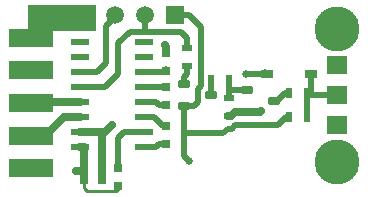
<source format=gtl>
G04 Layer_Physical_Order=1*
G04 Layer_Color=255*
%FSAX25Y25*%
%MOIN*%
G70*
G01*
G75*
%ADD10R,0.15000X0.06100*%
%ADD11R,0.05906X0.02362*%
%ADD12R,0.03543X0.02362*%
G04:AMPARAMS|DCode=13|XSize=23.62mil|YSize=39.37mil|CornerRadius=2.95mil|HoleSize=0mil|Usage=FLASHONLY|Rotation=270.000|XOffset=0mil|YOffset=0mil|HoleType=Round|Shape=RoundedRectangle|*
%AMROUNDEDRECTD13*
21,1,0.02362,0.03347,0,0,270.0*
21,1,0.01772,0.03937,0,0,270.0*
1,1,0.00591,-0.01673,-0.00886*
1,1,0.00591,-0.01673,0.00886*
1,1,0.00591,0.01673,0.00886*
1,1,0.00591,0.01673,-0.00886*
%
%ADD13ROUNDEDRECTD13*%
%ADD14R,0.03937X0.03150*%
%ADD15R,0.03150X0.03150*%
%ADD16R,0.02362X0.03543*%
%ADD17R,0.03150X0.03150*%
%ADD18C,0.02000*%
%ADD19C,0.02500*%
%ADD20C,0.01000*%
%ADD21R,0.22500X0.08500*%
%ADD22R,0.07000X0.06000*%
%ADD23R,0.05906X0.05906*%
%ADD24C,0.05906*%
%ADD25C,0.15000*%
%ADD26C,0.02500*%
D10*
X0278500Y0395900D02*
D03*
Y0385000D02*
D03*
Y0428600D02*
D03*
Y0406800D02*
D03*
Y0417700D02*
D03*
D11*
X0294870Y0392045D02*
D03*
X0316130D02*
D03*
X0294870Y0397045D02*
D03*
X0316130Y0427072D02*
D03*
X0316130Y0422045D02*
D03*
Y0397045D02*
D03*
Y0402045D02*
D03*
Y0407045D02*
D03*
Y0412045D02*
D03*
Y0417045D02*
D03*
X0294870Y0402045D02*
D03*
Y0407045D02*
D03*
Y0412045D02*
D03*
Y0417045D02*
D03*
X0294870Y0422100D02*
D03*
Y0427072D02*
D03*
D12*
X0330500Y0419047D02*
D03*
Y0424953D02*
D03*
X0344500Y0408453D02*
D03*
Y0402547D02*
D03*
D13*
X0338528Y0409500D02*
D03*
X0329472Y0405760D02*
D03*
Y0413240D02*
D03*
X0359528Y0407500D02*
D03*
X0350472Y0403760D02*
D03*
Y0411240D02*
D03*
D14*
X0371783Y0416500D02*
D03*
X0357217D02*
D03*
D15*
X0301953Y0381000D02*
D03*
X0296047D02*
D03*
X0301953Y0386500D02*
D03*
X0296047D02*
D03*
D16*
X0338547Y0414500D02*
D03*
X0344453D02*
D03*
X0364547Y0410000D02*
D03*
X0370453D02*
D03*
X0370453Y0402000D02*
D03*
X0364547D02*
D03*
D17*
X0323500Y0417547D02*
D03*
Y0423453D02*
D03*
X0307500Y0379047D02*
D03*
Y0384953D02*
D03*
X0323500Y0406047D02*
D03*
Y0411953D02*
D03*
Y0393047D02*
D03*
Y0398953D02*
D03*
D18*
X0371783Y0410000D02*
Y0416500D01*
X0370453Y0410000D02*
X0370953Y0409500D01*
X0380500D01*
X0370453Y0410000D02*
X0370453Y0410000D01*
Y0402000D02*
Y0410000D01*
X0363500Y0402000D02*
X0364547D01*
X0360797Y0399297D02*
X0363500Y0402000D01*
X0346490Y0399297D02*
X0360797D01*
X0363000Y0410000D02*
X0364547D01*
X0360500Y0407500D02*
X0363000Y0410000D01*
X0359528Y0407500D02*
X0360500D01*
X0344000Y0408453D02*
X0344453Y0408906D01*
X0350000Y0416500D02*
X0356000D01*
X0356500Y0417000D01*
X0309545Y0397045D02*
X0316130D01*
X0307500Y0395000D02*
X0309545Y0397045D01*
X0316130Y0392045D02*
X0320045D01*
X0321047Y0393047D01*
X0323500D01*
X0316130Y0407045D02*
X0318455D01*
X0318500Y0407000D01*
X0323453Y0406000D02*
X0323500Y0406047D01*
X0316130Y0402045D02*
X0319455D01*
X0322547Y0398953D01*
X0323500D01*
X0318500Y0407000D02*
X0320000D01*
X0321000Y0406000D01*
X0323453D01*
X0316130Y0412045D02*
X0323408D01*
X0323500Y0411953D01*
X0294870Y0412045D02*
X0303045D01*
X0307500Y0416500D01*
X0294870Y0417045D02*
X0300545D01*
X0303500Y0420000D01*
Y0432500D01*
X0316130Y0417045D02*
X0322498D01*
X0303500Y0432500D02*
X0306500Y0435500D01*
X0311250Y0430500D02*
X0316500D01*
X0307500Y0416500D02*
Y0426750D01*
X0311250Y0430500D01*
X0316500D02*
Y0435500D01*
X0307500Y0384953D02*
Y0395000D01*
X0344713Y0411240D02*
X0350472D01*
X0344453Y0411500D02*
X0344713Y0411240D01*
X0344453Y0408906D02*
Y0411500D01*
Y0414500D01*
X0329472Y0389028D02*
Y0396644D01*
Y0405760D01*
Y0396644D02*
X0342524D01*
X0343947Y0398067D01*
X0345259D01*
X0346490Y0399297D01*
X0329472Y0389028D02*
X0331000Y0387500D01*
X0330500Y0424953D02*
Y0428500D01*
Y0416500D02*
Y0419047D01*
X0329472Y0415472D02*
X0330500Y0416500D01*
X0329472Y0413240D02*
Y0415472D01*
X0326500Y0436000D02*
X0331000D01*
X0335000Y0432000D01*
Y0412500D02*
Y0432000D01*
X0334000Y0411500D02*
X0335000Y0412500D01*
X0329472Y0405760D02*
X0332760D01*
X0334000Y0407000D01*
Y0411500D01*
X0328500Y0430500D02*
X0330500Y0428500D01*
X0316500Y0430500D02*
X0328500D01*
X0338528Y0409500D02*
Y0414500D01*
X0322498Y0417045D02*
X0323500Y0418047D01*
D19*
X0296047Y0386500D02*
Y0392045D01*
X0279255Y0407045D02*
X0294870D01*
X0301953Y0381000D02*
Y0386500D01*
X0294870Y0392045D02*
X0296047D01*
Y0384500D02*
Y0386500D01*
X0295547Y0384000D02*
X0296047Y0384500D01*
X0345047Y0402547D02*
X0346260Y0403760D01*
X0350472D01*
X0296047Y0381000D02*
Y0384500D01*
X0301953Y0386500D02*
Y0397045D01*
X0294870D02*
X0301953D01*
X0350472Y0403760D02*
X0354760D01*
X0355000Y0404000D01*
X0293500Y0384000D02*
X0295547D01*
X0301953Y0397045D02*
X0303045D01*
X0305500Y0399500D01*
X0279000Y0396400D02*
X0283900D01*
X0289545Y0402045D01*
X0294870D01*
X0344500Y0402547D02*
X0345047D01*
X0344000D02*
X0344500D01*
X0323500Y0423453D02*
Y0425500D01*
X0323000Y0426000D02*
X0323500Y0425500D01*
X0279000Y0433500D02*
Y0435000D01*
Y0429100D02*
Y0433500D01*
Y0407300D02*
X0279255Y0407045D01*
D20*
X0296047Y0378453D02*
Y0381000D01*
Y0378453D02*
X0297000Y0377500D01*
X0306953D01*
X0307500Y0378047D01*
D21*
X0288750Y0435250D02*
D03*
D22*
X0380500Y0419500D02*
D03*
Y0409500D02*
D03*
Y0399500D02*
D03*
D23*
X0326500Y0436000D02*
D03*
D24*
X0316500D02*
D03*
X0306500D02*
D03*
X0296500D02*
D03*
D25*
X0380500Y0387000D02*
D03*
Y0431500D02*
D03*
D26*
X0350000Y0416500D02*
D03*
X0355000Y0404000D02*
D03*
X0293500Y0384000D02*
D03*
X0305500Y0399500D02*
D03*
X0331000Y0387500D02*
D03*
X0323000Y0426000D02*
D03*
X0279000Y0433500D02*
D03*
X0284000D02*
D03*
X0289000D02*
D03*
X0279000Y0437500D02*
D03*
X0284000D02*
D03*
X0289000D02*
D03*
M02*

</source>
